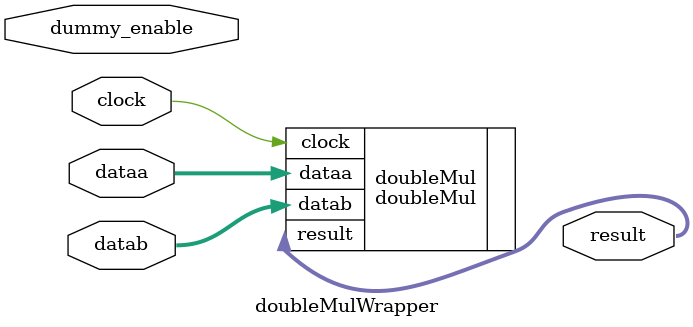
<source format=v>


module doubleMulWrapper (
	clock,
	dataa,
	datab,
	result,
	dummy_enable);

	input		clock;
	input	[63:0]	dataa;
	input	[63:0]	datab;
	output	[63:0]	result;
	input		dummy_enable;

	doubleMul doubleMul (
		.clock(clock),
		.dataa(dataa),
		.datab(datab),
		.result(result)
	);
endmodule

</source>
